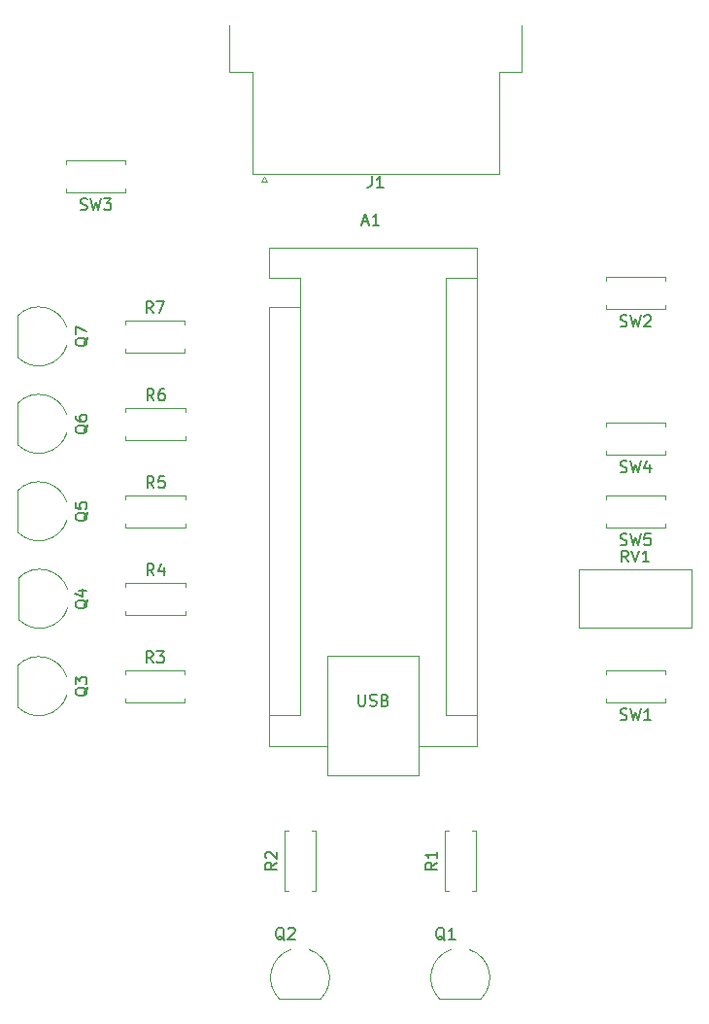
<source format=gbr>
%TF.GenerationSoftware,KiCad,Pcbnew,7.0.10-7.0.10~ubuntu22.04.1*%
%TF.CreationDate,2024-02-16T12:07:06-05:00*%
%TF.ProjectId,kicad,6b696361-642e-46b6-9963-61645f706362,rev?*%
%TF.SameCoordinates,Original*%
%TF.FileFunction,Legend,Top*%
%TF.FilePolarity,Positive*%
%FSLAX46Y46*%
G04 Gerber Fmt 4.6, Leading zero omitted, Abs format (unit mm)*
G04 Created by KiCad (PCBNEW 7.0.10-7.0.10~ubuntu22.04.1) date 2024-02-16 12:07:06*
%MOMM*%
%LPD*%
G01*
G04 APERTURE LIST*
%ADD10C,0.150000*%
%ADD11C,0.120000*%
G04 APERTURE END LIST*
D10*
X156186667Y-94347200D02*
X156329524Y-94394819D01*
X156329524Y-94394819D02*
X156567619Y-94394819D01*
X156567619Y-94394819D02*
X156662857Y-94347200D01*
X156662857Y-94347200D02*
X156710476Y-94299580D01*
X156710476Y-94299580D02*
X156758095Y-94204342D01*
X156758095Y-94204342D02*
X156758095Y-94109104D01*
X156758095Y-94109104D02*
X156710476Y-94013866D01*
X156710476Y-94013866D02*
X156662857Y-93966247D01*
X156662857Y-93966247D02*
X156567619Y-93918628D01*
X156567619Y-93918628D02*
X156377143Y-93871009D01*
X156377143Y-93871009D02*
X156281905Y-93823390D01*
X156281905Y-93823390D02*
X156234286Y-93775771D01*
X156234286Y-93775771D02*
X156186667Y-93680533D01*
X156186667Y-93680533D02*
X156186667Y-93585295D01*
X156186667Y-93585295D02*
X156234286Y-93490057D01*
X156234286Y-93490057D02*
X156281905Y-93442438D01*
X156281905Y-93442438D02*
X156377143Y-93394819D01*
X156377143Y-93394819D02*
X156615238Y-93394819D01*
X156615238Y-93394819D02*
X156758095Y-93442438D01*
X157091429Y-93394819D02*
X157329524Y-94394819D01*
X157329524Y-94394819D02*
X157520000Y-93680533D01*
X157520000Y-93680533D02*
X157710476Y-94394819D01*
X157710476Y-94394819D02*
X157948572Y-93394819D01*
X158281905Y-93490057D02*
X158329524Y-93442438D01*
X158329524Y-93442438D02*
X158424762Y-93394819D01*
X158424762Y-93394819D02*
X158662857Y-93394819D01*
X158662857Y-93394819D02*
X158758095Y-93442438D01*
X158758095Y-93442438D02*
X158805714Y-93490057D01*
X158805714Y-93490057D02*
X158853333Y-93585295D01*
X158853333Y-93585295D02*
X158853333Y-93680533D01*
X158853333Y-93680533D02*
X158805714Y-93823390D01*
X158805714Y-93823390D02*
X158234286Y-94394819D01*
X158234286Y-94394819D02*
X158853333Y-94394819D01*
X156884761Y-114904819D02*
X156551428Y-114428628D01*
X156313333Y-114904819D02*
X156313333Y-113904819D01*
X156313333Y-113904819D02*
X156694285Y-113904819D01*
X156694285Y-113904819D02*
X156789523Y-113952438D01*
X156789523Y-113952438D02*
X156837142Y-114000057D01*
X156837142Y-114000057D02*
X156884761Y-114095295D01*
X156884761Y-114095295D02*
X156884761Y-114238152D01*
X156884761Y-114238152D02*
X156837142Y-114333390D01*
X156837142Y-114333390D02*
X156789523Y-114381009D01*
X156789523Y-114381009D02*
X156694285Y-114428628D01*
X156694285Y-114428628D02*
X156313333Y-114428628D01*
X157170476Y-113904819D02*
X157503809Y-114904819D01*
X157503809Y-114904819D02*
X157837142Y-113904819D01*
X158694285Y-114904819D02*
X158122857Y-114904819D01*
X158408571Y-114904819D02*
X158408571Y-113904819D01*
X158408571Y-113904819D02*
X158313333Y-114047676D01*
X158313333Y-114047676D02*
X158218095Y-114142914D01*
X158218095Y-114142914D02*
X158122857Y-114190533D01*
X109770057Y-118205238D02*
X109722438Y-118300476D01*
X109722438Y-118300476D02*
X109627200Y-118395714D01*
X109627200Y-118395714D02*
X109484342Y-118538571D01*
X109484342Y-118538571D02*
X109436723Y-118633809D01*
X109436723Y-118633809D02*
X109436723Y-118729047D01*
X109674819Y-118681428D02*
X109627200Y-118776666D01*
X109627200Y-118776666D02*
X109531961Y-118871904D01*
X109531961Y-118871904D02*
X109341485Y-118919523D01*
X109341485Y-118919523D02*
X109008152Y-118919523D01*
X109008152Y-118919523D02*
X108817676Y-118871904D01*
X108817676Y-118871904D02*
X108722438Y-118776666D01*
X108722438Y-118776666D02*
X108674819Y-118681428D01*
X108674819Y-118681428D02*
X108674819Y-118490952D01*
X108674819Y-118490952D02*
X108722438Y-118395714D01*
X108722438Y-118395714D02*
X108817676Y-118300476D01*
X108817676Y-118300476D02*
X109008152Y-118252857D01*
X109008152Y-118252857D02*
X109341485Y-118252857D01*
X109341485Y-118252857D02*
X109531961Y-118300476D01*
X109531961Y-118300476D02*
X109627200Y-118395714D01*
X109627200Y-118395714D02*
X109674819Y-118490952D01*
X109674819Y-118490952D02*
X109674819Y-118681428D01*
X109008152Y-117395714D02*
X109674819Y-117395714D01*
X108627200Y-117633809D02*
X109341485Y-117871904D01*
X109341485Y-117871904D02*
X109341485Y-117252857D01*
X109770057Y-125825238D02*
X109722438Y-125920476D01*
X109722438Y-125920476D02*
X109627200Y-126015714D01*
X109627200Y-126015714D02*
X109484342Y-126158571D01*
X109484342Y-126158571D02*
X109436723Y-126253809D01*
X109436723Y-126253809D02*
X109436723Y-126349047D01*
X109674819Y-126301428D02*
X109627200Y-126396666D01*
X109627200Y-126396666D02*
X109531961Y-126491904D01*
X109531961Y-126491904D02*
X109341485Y-126539523D01*
X109341485Y-126539523D02*
X109008152Y-126539523D01*
X109008152Y-126539523D02*
X108817676Y-126491904D01*
X108817676Y-126491904D02*
X108722438Y-126396666D01*
X108722438Y-126396666D02*
X108674819Y-126301428D01*
X108674819Y-126301428D02*
X108674819Y-126110952D01*
X108674819Y-126110952D02*
X108722438Y-126015714D01*
X108722438Y-126015714D02*
X108817676Y-125920476D01*
X108817676Y-125920476D02*
X109008152Y-125872857D01*
X109008152Y-125872857D02*
X109341485Y-125872857D01*
X109341485Y-125872857D02*
X109531961Y-125920476D01*
X109531961Y-125920476D02*
X109627200Y-126015714D01*
X109627200Y-126015714D02*
X109674819Y-126110952D01*
X109674819Y-126110952D02*
X109674819Y-126301428D01*
X108674819Y-125539523D02*
X108674819Y-124920476D01*
X108674819Y-124920476D02*
X109055771Y-125253809D01*
X109055771Y-125253809D02*
X109055771Y-125110952D01*
X109055771Y-125110952D02*
X109103390Y-125015714D01*
X109103390Y-125015714D02*
X109151009Y-124968095D01*
X109151009Y-124968095D02*
X109246247Y-124920476D01*
X109246247Y-124920476D02*
X109484342Y-124920476D01*
X109484342Y-124920476D02*
X109579580Y-124968095D01*
X109579580Y-124968095D02*
X109627200Y-125015714D01*
X109627200Y-125015714D02*
X109674819Y-125110952D01*
X109674819Y-125110952D02*
X109674819Y-125396666D01*
X109674819Y-125396666D02*
X109627200Y-125491904D01*
X109627200Y-125491904D02*
X109579580Y-125539523D01*
X115443333Y-93204819D02*
X115110000Y-92728628D01*
X114871905Y-93204819D02*
X114871905Y-92204819D01*
X114871905Y-92204819D02*
X115252857Y-92204819D01*
X115252857Y-92204819D02*
X115348095Y-92252438D01*
X115348095Y-92252438D02*
X115395714Y-92300057D01*
X115395714Y-92300057D02*
X115443333Y-92395295D01*
X115443333Y-92395295D02*
X115443333Y-92538152D01*
X115443333Y-92538152D02*
X115395714Y-92633390D01*
X115395714Y-92633390D02*
X115348095Y-92681009D01*
X115348095Y-92681009D02*
X115252857Y-92728628D01*
X115252857Y-92728628D02*
X114871905Y-92728628D01*
X115776667Y-92204819D02*
X116443333Y-92204819D01*
X116443333Y-92204819D02*
X116014762Y-93204819D01*
X109770057Y-102965238D02*
X109722438Y-103060476D01*
X109722438Y-103060476D02*
X109627200Y-103155714D01*
X109627200Y-103155714D02*
X109484342Y-103298571D01*
X109484342Y-103298571D02*
X109436723Y-103393809D01*
X109436723Y-103393809D02*
X109436723Y-103489047D01*
X109674819Y-103441428D02*
X109627200Y-103536666D01*
X109627200Y-103536666D02*
X109531961Y-103631904D01*
X109531961Y-103631904D02*
X109341485Y-103679523D01*
X109341485Y-103679523D02*
X109008152Y-103679523D01*
X109008152Y-103679523D02*
X108817676Y-103631904D01*
X108817676Y-103631904D02*
X108722438Y-103536666D01*
X108722438Y-103536666D02*
X108674819Y-103441428D01*
X108674819Y-103441428D02*
X108674819Y-103250952D01*
X108674819Y-103250952D02*
X108722438Y-103155714D01*
X108722438Y-103155714D02*
X108817676Y-103060476D01*
X108817676Y-103060476D02*
X109008152Y-103012857D01*
X109008152Y-103012857D02*
X109341485Y-103012857D01*
X109341485Y-103012857D02*
X109531961Y-103060476D01*
X109531961Y-103060476D02*
X109627200Y-103155714D01*
X109627200Y-103155714D02*
X109674819Y-103250952D01*
X109674819Y-103250952D02*
X109674819Y-103441428D01*
X108674819Y-102155714D02*
X108674819Y-102346190D01*
X108674819Y-102346190D02*
X108722438Y-102441428D01*
X108722438Y-102441428D02*
X108770057Y-102489047D01*
X108770057Y-102489047D02*
X108912914Y-102584285D01*
X108912914Y-102584285D02*
X109103390Y-102631904D01*
X109103390Y-102631904D02*
X109484342Y-102631904D01*
X109484342Y-102631904D02*
X109579580Y-102584285D01*
X109579580Y-102584285D02*
X109627200Y-102536666D01*
X109627200Y-102536666D02*
X109674819Y-102441428D01*
X109674819Y-102441428D02*
X109674819Y-102250952D01*
X109674819Y-102250952D02*
X109627200Y-102155714D01*
X109627200Y-102155714D02*
X109579580Y-102108095D01*
X109579580Y-102108095D02*
X109484342Y-102060476D01*
X109484342Y-102060476D02*
X109246247Y-102060476D01*
X109246247Y-102060476D02*
X109151009Y-102108095D01*
X109151009Y-102108095D02*
X109103390Y-102155714D01*
X109103390Y-102155714D02*
X109055771Y-102250952D01*
X109055771Y-102250952D02*
X109055771Y-102441428D01*
X109055771Y-102441428D02*
X109103390Y-102536666D01*
X109103390Y-102536666D02*
X109151009Y-102584285D01*
X109151009Y-102584285D02*
X109246247Y-102631904D01*
X115523333Y-108444819D02*
X115190000Y-107968628D01*
X114951905Y-108444819D02*
X114951905Y-107444819D01*
X114951905Y-107444819D02*
X115332857Y-107444819D01*
X115332857Y-107444819D02*
X115428095Y-107492438D01*
X115428095Y-107492438D02*
X115475714Y-107540057D01*
X115475714Y-107540057D02*
X115523333Y-107635295D01*
X115523333Y-107635295D02*
X115523333Y-107778152D01*
X115523333Y-107778152D02*
X115475714Y-107873390D01*
X115475714Y-107873390D02*
X115428095Y-107921009D01*
X115428095Y-107921009D02*
X115332857Y-107968628D01*
X115332857Y-107968628D02*
X114951905Y-107968628D01*
X116428095Y-107444819D02*
X115951905Y-107444819D01*
X115951905Y-107444819D02*
X115904286Y-107921009D01*
X115904286Y-107921009D02*
X115951905Y-107873390D01*
X115951905Y-107873390D02*
X116047143Y-107825771D01*
X116047143Y-107825771D02*
X116285238Y-107825771D01*
X116285238Y-107825771D02*
X116380476Y-107873390D01*
X116380476Y-107873390D02*
X116428095Y-107921009D01*
X116428095Y-107921009D02*
X116475714Y-108016247D01*
X116475714Y-108016247D02*
X116475714Y-108254342D01*
X116475714Y-108254342D02*
X116428095Y-108349580D01*
X116428095Y-108349580D02*
X116380476Y-108397200D01*
X116380476Y-108397200D02*
X116285238Y-108444819D01*
X116285238Y-108444819D02*
X116047143Y-108444819D01*
X116047143Y-108444819D02*
X115951905Y-108397200D01*
X115951905Y-108397200D02*
X115904286Y-108349580D01*
X156186667Y-128637200D02*
X156329524Y-128684819D01*
X156329524Y-128684819D02*
X156567619Y-128684819D01*
X156567619Y-128684819D02*
X156662857Y-128637200D01*
X156662857Y-128637200D02*
X156710476Y-128589580D01*
X156710476Y-128589580D02*
X156758095Y-128494342D01*
X156758095Y-128494342D02*
X156758095Y-128399104D01*
X156758095Y-128399104D02*
X156710476Y-128303866D01*
X156710476Y-128303866D02*
X156662857Y-128256247D01*
X156662857Y-128256247D02*
X156567619Y-128208628D01*
X156567619Y-128208628D02*
X156377143Y-128161009D01*
X156377143Y-128161009D02*
X156281905Y-128113390D01*
X156281905Y-128113390D02*
X156234286Y-128065771D01*
X156234286Y-128065771D02*
X156186667Y-127970533D01*
X156186667Y-127970533D02*
X156186667Y-127875295D01*
X156186667Y-127875295D02*
X156234286Y-127780057D01*
X156234286Y-127780057D02*
X156281905Y-127732438D01*
X156281905Y-127732438D02*
X156377143Y-127684819D01*
X156377143Y-127684819D02*
X156615238Y-127684819D01*
X156615238Y-127684819D02*
X156758095Y-127732438D01*
X157091429Y-127684819D02*
X157329524Y-128684819D01*
X157329524Y-128684819D02*
X157520000Y-127970533D01*
X157520000Y-127970533D02*
X157710476Y-128684819D01*
X157710476Y-128684819D02*
X157948572Y-127684819D01*
X158853333Y-128684819D02*
X158281905Y-128684819D01*
X158567619Y-128684819D02*
X158567619Y-127684819D01*
X158567619Y-127684819D02*
X158472381Y-127827676D01*
X158472381Y-127827676D02*
X158377143Y-127922914D01*
X158377143Y-127922914D02*
X158281905Y-127970533D01*
X109770057Y-95345238D02*
X109722438Y-95440476D01*
X109722438Y-95440476D02*
X109627200Y-95535714D01*
X109627200Y-95535714D02*
X109484342Y-95678571D01*
X109484342Y-95678571D02*
X109436723Y-95773809D01*
X109436723Y-95773809D02*
X109436723Y-95869047D01*
X109674819Y-95821428D02*
X109627200Y-95916666D01*
X109627200Y-95916666D02*
X109531961Y-96011904D01*
X109531961Y-96011904D02*
X109341485Y-96059523D01*
X109341485Y-96059523D02*
X109008152Y-96059523D01*
X109008152Y-96059523D02*
X108817676Y-96011904D01*
X108817676Y-96011904D02*
X108722438Y-95916666D01*
X108722438Y-95916666D02*
X108674819Y-95821428D01*
X108674819Y-95821428D02*
X108674819Y-95630952D01*
X108674819Y-95630952D02*
X108722438Y-95535714D01*
X108722438Y-95535714D02*
X108817676Y-95440476D01*
X108817676Y-95440476D02*
X109008152Y-95392857D01*
X109008152Y-95392857D02*
X109341485Y-95392857D01*
X109341485Y-95392857D02*
X109531961Y-95440476D01*
X109531961Y-95440476D02*
X109627200Y-95535714D01*
X109627200Y-95535714D02*
X109674819Y-95630952D01*
X109674819Y-95630952D02*
X109674819Y-95821428D01*
X108674819Y-95059523D02*
X108674819Y-94392857D01*
X108674819Y-94392857D02*
X109674819Y-94821428D01*
X156186667Y-107047200D02*
X156329524Y-107094819D01*
X156329524Y-107094819D02*
X156567619Y-107094819D01*
X156567619Y-107094819D02*
X156662857Y-107047200D01*
X156662857Y-107047200D02*
X156710476Y-106999580D01*
X156710476Y-106999580D02*
X156758095Y-106904342D01*
X156758095Y-106904342D02*
X156758095Y-106809104D01*
X156758095Y-106809104D02*
X156710476Y-106713866D01*
X156710476Y-106713866D02*
X156662857Y-106666247D01*
X156662857Y-106666247D02*
X156567619Y-106618628D01*
X156567619Y-106618628D02*
X156377143Y-106571009D01*
X156377143Y-106571009D02*
X156281905Y-106523390D01*
X156281905Y-106523390D02*
X156234286Y-106475771D01*
X156234286Y-106475771D02*
X156186667Y-106380533D01*
X156186667Y-106380533D02*
X156186667Y-106285295D01*
X156186667Y-106285295D02*
X156234286Y-106190057D01*
X156234286Y-106190057D02*
X156281905Y-106142438D01*
X156281905Y-106142438D02*
X156377143Y-106094819D01*
X156377143Y-106094819D02*
X156615238Y-106094819D01*
X156615238Y-106094819D02*
X156758095Y-106142438D01*
X157091429Y-106094819D02*
X157329524Y-107094819D01*
X157329524Y-107094819D02*
X157520000Y-106380533D01*
X157520000Y-106380533D02*
X157710476Y-107094819D01*
X157710476Y-107094819D02*
X157948572Y-106094819D01*
X158758095Y-106428152D02*
X158758095Y-107094819D01*
X158520000Y-106047200D02*
X158281905Y-106761485D01*
X158281905Y-106761485D02*
X158900952Y-106761485D01*
X156186667Y-113397200D02*
X156329524Y-113444819D01*
X156329524Y-113444819D02*
X156567619Y-113444819D01*
X156567619Y-113444819D02*
X156662857Y-113397200D01*
X156662857Y-113397200D02*
X156710476Y-113349580D01*
X156710476Y-113349580D02*
X156758095Y-113254342D01*
X156758095Y-113254342D02*
X156758095Y-113159104D01*
X156758095Y-113159104D02*
X156710476Y-113063866D01*
X156710476Y-113063866D02*
X156662857Y-113016247D01*
X156662857Y-113016247D02*
X156567619Y-112968628D01*
X156567619Y-112968628D02*
X156377143Y-112921009D01*
X156377143Y-112921009D02*
X156281905Y-112873390D01*
X156281905Y-112873390D02*
X156234286Y-112825771D01*
X156234286Y-112825771D02*
X156186667Y-112730533D01*
X156186667Y-112730533D02*
X156186667Y-112635295D01*
X156186667Y-112635295D02*
X156234286Y-112540057D01*
X156234286Y-112540057D02*
X156281905Y-112492438D01*
X156281905Y-112492438D02*
X156377143Y-112444819D01*
X156377143Y-112444819D02*
X156615238Y-112444819D01*
X156615238Y-112444819D02*
X156758095Y-112492438D01*
X157091429Y-112444819D02*
X157329524Y-113444819D01*
X157329524Y-113444819D02*
X157520000Y-112730533D01*
X157520000Y-112730533D02*
X157710476Y-113444819D01*
X157710476Y-113444819D02*
X157948572Y-112444819D01*
X158805714Y-112444819D02*
X158329524Y-112444819D01*
X158329524Y-112444819D02*
X158281905Y-112921009D01*
X158281905Y-112921009D02*
X158329524Y-112873390D01*
X158329524Y-112873390D02*
X158424762Y-112825771D01*
X158424762Y-112825771D02*
X158662857Y-112825771D01*
X158662857Y-112825771D02*
X158758095Y-112873390D01*
X158758095Y-112873390D02*
X158805714Y-112921009D01*
X158805714Y-112921009D02*
X158853333Y-113016247D01*
X158853333Y-113016247D02*
X158853333Y-113254342D01*
X158853333Y-113254342D02*
X158805714Y-113349580D01*
X158805714Y-113349580D02*
X158758095Y-113397200D01*
X158758095Y-113397200D02*
X158662857Y-113444819D01*
X158662857Y-113444819D02*
X158424762Y-113444819D01*
X158424762Y-113444819D02*
X158329524Y-113397200D01*
X158329524Y-113397200D02*
X158281905Y-113349580D01*
X134516666Y-81264819D02*
X134516666Y-81979104D01*
X134516666Y-81979104D02*
X134469047Y-82121961D01*
X134469047Y-82121961D02*
X134373809Y-82217200D01*
X134373809Y-82217200D02*
X134230952Y-82264819D01*
X134230952Y-82264819D02*
X134135714Y-82264819D01*
X135516666Y-82264819D02*
X134945238Y-82264819D01*
X135230952Y-82264819D02*
X135230952Y-81264819D01*
X135230952Y-81264819D02*
X135135714Y-81407676D01*
X135135714Y-81407676D02*
X135040476Y-81502914D01*
X135040476Y-81502914D02*
X134945238Y-81550533D01*
X115443333Y-123684819D02*
X115110000Y-123208628D01*
X114871905Y-123684819D02*
X114871905Y-122684819D01*
X114871905Y-122684819D02*
X115252857Y-122684819D01*
X115252857Y-122684819D02*
X115348095Y-122732438D01*
X115348095Y-122732438D02*
X115395714Y-122780057D01*
X115395714Y-122780057D02*
X115443333Y-122875295D01*
X115443333Y-122875295D02*
X115443333Y-123018152D01*
X115443333Y-123018152D02*
X115395714Y-123113390D01*
X115395714Y-123113390D02*
X115348095Y-123161009D01*
X115348095Y-123161009D02*
X115252857Y-123208628D01*
X115252857Y-123208628D02*
X114871905Y-123208628D01*
X115776667Y-122684819D02*
X116395714Y-122684819D01*
X116395714Y-122684819D02*
X116062381Y-123065771D01*
X116062381Y-123065771D02*
X116205238Y-123065771D01*
X116205238Y-123065771D02*
X116300476Y-123113390D01*
X116300476Y-123113390D02*
X116348095Y-123161009D01*
X116348095Y-123161009D02*
X116395714Y-123256247D01*
X116395714Y-123256247D02*
X116395714Y-123494342D01*
X116395714Y-123494342D02*
X116348095Y-123589580D01*
X116348095Y-123589580D02*
X116300476Y-123637200D01*
X116300476Y-123637200D02*
X116205238Y-123684819D01*
X116205238Y-123684819D02*
X115919524Y-123684819D01*
X115919524Y-123684819D02*
X115824286Y-123637200D01*
X115824286Y-123637200D02*
X115776667Y-123589580D01*
X126224819Y-141096666D02*
X125748628Y-141429999D01*
X126224819Y-141668094D02*
X125224819Y-141668094D01*
X125224819Y-141668094D02*
X125224819Y-141287142D01*
X125224819Y-141287142D02*
X125272438Y-141191904D01*
X125272438Y-141191904D02*
X125320057Y-141144285D01*
X125320057Y-141144285D02*
X125415295Y-141096666D01*
X125415295Y-141096666D02*
X125558152Y-141096666D01*
X125558152Y-141096666D02*
X125653390Y-141144285D01*
X125653390Y-141144285D02*
X125701009Y-141191904D01*
X125701009Y-141191904D02*
X125748628Y-141287142D01*
X125748628Y-141287142D02*
X125748628Y-141668094D01*
X125320057Y-140715713D02*
X125272438Y-140668094D01*
X125272438Y-140668094D02*
X125224819Y-140572856D01*
X125224819Y-140572856D02*
X125224819Y-140334761D01*
X125224819Y-140334761D02*
X125272438Y-140239523D01*
X125272438Y-140239523D02*
X125320057Y-140191904D01*
X125320057Y-140191904D02*
X125415295Y-140144285D01*
X125415295Y-140144285D02*
X125510533Y-140144285D01*
X125510533Y-140144285D02*
X125653390Y-140191904D01*
X125653390Y-140191904D02*
X126224819Y-140763332D01*
X126224819Y-140763332D02*
X126224819Y-140144285D01*
X115523333Y-116064819D02*
X115190000Y-115588628D01*
X114951905Y-116064819D02*
X114951905Y-115064819D01*
X114951905Y-115064819D02*
X115332857Y-115064819D01*
X115332857Y-115064819D02*
X115428095Y-115112438D01*
X115428095Y-115112438D02*
X115475714Y-115160057D01*
X115475714Y-115160057D02*
X115523333Y-115255295D01*
X115523333Y-115255295D02*
X115523333Y-115398152D01*
X115523333Y-115398152D02*
X115475714Y-115493390D01*
X115475714Y-115493390D02*
X115428095Y-115541009D01*
X115428095Y-115541009D02*
X115332857Y-115588628D01*
X115332857Y-115588628D02*
X114951905Y-115588628D01*
X116380476Y-115398152D02*
X116380476Y-116064819D01*
X116142381Y-115017200D02*
X115904286Y-115731485D01*
X115904286Y-115731485D02*
X116523333Y-115731485D01*
X109770057Y-110585238D02*
X109722438Y-110680476D01*
X109722438Y-110680476D02*
X109627200Y-110775714D01*
X109627200Y-110775714D02*
X109484342Y-110918571D01*
X109484342Y-110918571D02*
X109436723Y-111013809D01*
X109436723Y-111013809D02*
X109436723Y-111109047D01*
X109674819Y-111061428D02*
X109627200Y-111156666D01*
X109627200Y-111156666D02*
X109531961Y-111251904D01*
X109531961Y-111251904D02*
X109341485Y-111299523D01*
X109341485Y-111299523D02*
X109008152Y-111299523D01*
X109008152Y-111299523D02*
X108817676Y-111251904D01*
X108817676Y-111251904D02*
X108722438Y-111156666D01*
X108722438Y-111156666D02*
X108674819Y-111061428D01*
X108674819Y-111061428D02*
X108674819Y-110870952D01*
X108674819Y-110870952D02*
X108722438Y-110775714D01*
X108722438Y-110775714D02*
X108817676Y-110680476D01*
X108817676Y-110680476D02*
X109008152Y-110632857D01*
X109008152Y-110632857D02*
X109341485Y-110632857D01*
X109341485Y-110632857D02*
X109531961Y-110680476D01*
X109531961Y-110680476D02*
X109627200Y-110775714D01*
X109627200Y-110775714D02*
X109674819Y-110870952D01*
X109674819Y-110870952D02*
X109674819Y-111061428D01*
X108674819Y-109728095D02*
X108674819Y-110204285D01*
X108674819Y-110204285D02*
X109151009Y-110251904D01*
X109151009Y-110251904D02*
X109103390Y-110204285D01*
X109103390Y-110204285D02*
X109055771Y-110109047D01*
X109055771Y-110109047D02*
X109055771Y-109870952D01*
X109055771Y-109870952D02*
X109103390Y-109775714D01*
X109103390Y-109775714D02*
X109151009Y-109728095D01*
X109151009Y-109728095D02*
X109246247Y-109680476D01*
X109246247Y-109680476D02*
X109484342Y-109680476D01*
X109484342Y-109680476D02*
X109579580Y-109728095D01*
X109579580Y-109728095D02*
X109627200Y-109775714D01*
X109627200Y-109775714D02*
X109674819Y-109870952D01*
X109674819Y-109870952D02*
X109674819Y-110109047D01*
X109674819Y-110109047D02*
X109627200Y-110204285D01*
X109627200Y-110204285D02*
X109579580Y-110251904D01*
X109116667Y-84187200D02*
X109259524Y-84234819D01*
X109259524Y-84234819D02*
X109497619Y-84234819D01*
X109497619Y-84234819D02*
X109592857Y-84187200D01*
X109592857Y-84187200D02*
X109640476Y-84139580D01*
X109640476Y-84139580D02*
X109688095Y-84044342D01*
X109688095Y-84044342D02*
X109688095Y-83949104D01*
X109688095Y-83949104D02*
X109640476Y-83853866D01*
X109640476Y-83853866D02*
X109592857Y-83806247D01*
X109592857Y-83806247D02*
X109497619Y-83758628D01*
X109497619Y-83758628D02*
X109307143Y-83711009D01*
X109307143Y-83711009D02*
X109211905Y-83663390D01*
X109211905Y-83663390D02*
X109164286Y-83615771D01*
X109164286Y-83615771D02*
X109116667Y-83520533D01*
X109116667Y-83520533D02*
X109116667Y-83425295D01*
X109116667Y-83425295D02*
X109164286Y-83330057D01*
X109164286Y-83330057D02*
X109211905Y-83282438D01*
X109211905Y-83282438D02*
X109307143Y-83234819D01*
X109307143Y-83234819D02*
X109545238Y-83234819D01*
X109545238Y-83234819D02*
X109688095Y-83282438D01*
X110021429Y-83234819D02*
X110259524Y-84234819D01*
X110259524Y-84234819D02*
X110450000Y-83520533D01*
X110450000Y-83520533D02*
X110640476Y-84234819D01*
X110640476Y-84234819D02*
X110878572Y-83234819D01*
X111164286Y-83234819D02*
X111783333Y-83234819D01*
X111783333Y-83234819D02*
X111450000Y-83615771D01*
X111450000Y-83615771D02*
X111592857Y-83615771D01*
X111592857Y-83615771D02*
X111688095Y-83663390D01*
X111688095Y-83663390D02*
X111735714Y-83711009D01*
X111735714Y-83711009D02*
X111783333Y-83806247D01*
X111783333Y-83806247D02*
X111783333Y-84044342D01*
X111783333Y-84044342D02*
X111735714Y-84139580D01*
X111735714Y-84139580D02*
X111688095Y-84187200D01*
X111688095Y-84187200D02*
X111592857Y-84234819D01*
X111592857Y-84234819D02*
X111307143Y-84234819D01*
X111307143Y-84234819D02*
X111211905Y-84187200D01*
X111211905Y-84187200D02*
X111164286Y-84139580D01*
X140194819Y-141096666D02*
X139718628Y-141429999D01*
X140194819Y-141668094D02*
X139194819Y-141668094D01*
X139194819Y-141668094D02*
X139194819Y-141287142D01*
X139194819Y-141287142D02*
X139242438Y-141191904D01*
X139242438Y-141191904D02*
X139290057Y-141144285D01*
X139290057Y-141144285D02*
X139385295Y-141096666D01*
X139385295Y-141096666D02*
X139528152Y-141096666D01*
X139528152Y-141096666D02*
X139623390Y-141144285D01*
X139623390Y-141144285D02*
X139671009Y-141191904D01*
X139671009Y-141191904D02*
X139718628Y-141287142D01*
X139718628Y-141287142D02*
X139718628Y-141668094D01*
X140194819Y-140144285D02*
X140194819Y-140715713D01*
X140194819Y-140429999D02*
X139194819Y-140429999D01*
X139194819Y-140429999D02*
X139337676Y-140525237D01*
X139337676Y-140525237D02*
X139432914Y-140620475D01*
X139432914Y-140620475D02*
X139480533Y-140715713D01*
X140874761Y-147870057D02*
X140779523Y-147822438D01*
X140779523Y-147822438D02*
X140684285Y-147727200D01*
X140684285Y-147727200D02*
X140541428Y-147584342D01*
X140541428Y-147584342D02*
X140446190Y-147536723D01*
X140446190Y-147536723D02*
X140350952Y-147536723D01*
X140398571Y-147774819D02*
X140303333Y-147727200D01*
X140303333Y-147727200D02*
X140208095Y-147631961D01*
X140208095Y-147631961D02*
X140160476Y-147441485D01*
X140160476Y-147441485D02*
X140160476Y-147108152D01*
X140160476Y-147108152D02*
X140208095Y-146917676D01*
X140208095Y-146917676D02*
X140303333Y-146822438D01*
X140303333Y-146822438D02*
X140398571Y-146774819D01*
X140398571Y-146774819D02*
X140589047Y-146774819D01*
X140589047Y-146774819D02*
X140684285Y-146822438D01*
X140684285Y-146822438D02*
X140779523Y-146917676D01*
X140779523Y-146917676D02*
X140827142Y-147108152D01*
X140827142Y-147108152D02*
X140827142Y-147441485D01*
X140827142Y-147441485D02*
X140779523Y-147631961D01*
X140779523Y-147631961D02*
X140684285Y-147727200D01*
X140684285Y-147727200D02*
X140589047Y-147774819D01*
X140589047Y-147774819D02*
X140398571Y-147774819D01*
X141779523Y-147774819D02*
X141208095Y-147774819D01*
X141493809Y-147774819D02*
X141493809Y-146774819D01*
X141493809Y-146774819D02*
X141398571Y-146917676D01*
X141398571Y-146917676D02*
X141303333Y-147012914D01*
X141303333Y-147012914D02*
X141208095Y-147060533D01*
X133730714Y-85268773D02*
X134206904Y-85268773D01*
X133635476Y-85554488D02*
X133968809Y-84554488D01*
X133968809Y-84554488D02*
X134302142Y-85554488D01*
X135159285Y-85554488D02*
X134587857Y-85554488D01*
X134873571Y-85554488D02*
X134873571Y-84554488D01*
X134873571Y-84554488D02*
X134778333Y-84697345D01*
X134778333Y-84697345D02*
X134683095Y-84792583D01*
X134683095Y-84792583D02*
X134587857Y-84840202D01*
X133358095Y-126454819D02*
X133358095Y-127264342D01*
X133358095Y-127264342D02*
X133405714Y-127359580D01*
X133405714Y-127359580D02*
X133453333Y-127407200D01*
X133453333Y-127407200D02*
X133548571Y-127454819D01*
X133548571Y-127454819D02*
X133739047Y-127454819D01*
X133739047Y-127454819D02*
X133834285Y-127407200D01*
X133834285Y-127407200D02*
X133881904Y-127359580D01*
X133881904Y-127359580D02*
X133929523Y-127264342D01*
X133929523Y-127264342D02*
X133929523Y-126454819D01*
X134358095Y-127407200D02*
X134500952Y-127454819D01*
X134500952Y-127454819D02*
X134739047Y-127454819D01*
X134739047Y-127454819D02*
X134834285Y-127407200D01*
X134834285Y-127407200D02*
X134881904Y-127359580D01*
X134881904Y-127359580D02*
X134929523Y-127264342D01*
X134929523Y-127264342D02*
X134929523Y-127169104D01*
X134929523Y-127169104D02*
X134881904Y-127073866D01*
X134881904Y-127073866D02*
X134834285Y-127026247D01*
X134834285Y-127026247D02*
X134739047Y-126978628D01*
X134739047Y-126978628D02*
X134548571Y-126931009D01*
X134548571Y-126931009D02*
X134453333Y-126883390D01*
X134453333Y-126883390D02*
X134405714Y-126835771D01*
X134405714Y-126835771D02*
X134358095Y-126740533D01*
X134358095Y-126740533D02*
X134358095Y-126645295D01*
X134358095Y-126645295D02*
X134405714Y-126550057D01*
X134405714Y-126550057D02*
X134453333Y-126502438D01*
X134453333Y-126502438D02*
X134548571Y-126454819D01*
X134548571Y-126454819D02*
X134786666Y-126454819D01*
X134786666Y-126454819D02*
X134929523Y-126502438D01*
X135691428Y-126931009D02*
X135834285Y-126978628D01*
X135834285Y-126978628D02*
X135881904Y-127026247D01*
X135881904Y-127026247D02*
X135929523Y-127121485D01*
X135929523Y-127121485D02*
X135929523Y-127264342D01*
X135929523Y-127264342D02*
X135881904Y-127359580D01*
X135881904Y-127359580D02*
X135834285Y-127407200D01*
X135834285Y-127407200D02*
X135739047Y-127454819D01*
X135739047Y-127454819D02*
X135358095Y-127454819D01*
X135358095Y-127454819D02*
X135358095Y-126454819D01*
X135358095Y-126454819D02*
X135691428Y-126454819D01*
X135691428Y-126454819D02*
X135786666Y-126502438D01*
X135786666Y-126502438D02*
X135834285Y-126550057D01*
X135834285Y-126550057D02*
X135881904Y-126645295D01*
X135881904Y-126645295D02*
X135881904Y-126740533D01*
X135881904Y-126740533D02*
X135834285Y-126835771D01*
X135834285Y-126835771D02*
X135786666Y-126883390D01*
X135786666Y-126883390D02*
X135691428Y-126931009D01*
X135691428Y-126931009D02*
X135358095Y-126931009D01*
X115523333Y-100824819D02*
X115190000Y-100348628D01*
X114951905Y-100824819D02*
X114951905Y-99824819D01*
X114951905Y-99824819D02*
X115332857Y-99824819D01*
X115332857Y-99824819D02*
X115428095Y-99872438D01*
X115428095Y-99872438D02*
X115475714Y-99920057D01*
X115475714Y-99920057D02*
X115523333Y-100015295D01*
X115523333Y-100015295D02*
X115523333Y-100158152D01*
X115523333Y-100158152D02*
X115475714Y-100253390D01*
X115475714Y-100253390D02*
X115428095Y-100301009D01*
X115428095Y-100301009D02*
X115332857Y-100348628D01*
X115332857Y-100348628D02*
X114951905Y-100348628D01*
X116380476Y-99824819D02*
X116190000Y-99824819D01*
X116190000Y-99824819D02*
X116094762Y-99872438D01*
X116094762Y-99872438D02*
X116047143Y-99920057D01*
X116047143Y-99920057D02*
X115951905Y-100062914D01*
X115951905Y-100062914D02*
X115904286Y-100253390D01*
X115904286Y-100253390D02*
X115904286Y-100634342D01*
X115904286Y-100634342D02*
X115951905Y-100729580D01*
X115951905Y-100729580D02*
X115999524Y-100777200D01*
X115999524Y-100777200D02*
X116094762Y-100824819D01*
X116094762Y-100824819D02*
X116285238Y-100824819D01*
X116285238Y-100824819D02*
X116380476Y-100777200D01*
X116380476Y-100777200D02*
X116428095Y-100729580D01*
X116428095Y-100729580D02*
X116475714Y-100634342D01*
X116475714Y-100634342D02*
X116475714Y-100396247D01*
X116475714Y-100396247D02*
X116428095Y-100301009D01*
X116428095Y-100301009D02*
X116380476Y-100253390D01*
X116380476Y-100253390D02*
X116285238Y-100205771D01*
X116285238Y-100205771D02*
X116094762Y-100205771D01*
X116094762Y-100205771D02*
X115999524Y-100253390D01*
X115999524Y-100253390D02*
X115951905Y-100301009D01*
X115951905Y-100301009D02*
X115904286Y-100396247D01*
X126904761Y-147870057D02*
X126809523Y-147822438D01*
X126809523Y-147822438D02*
X126714285Y-147727200D01*
X126714285Y-147727200D02*
X126571428Y-147584342D01*
X126571428Y-147584342D02*
X126476190Y-147536723D01*
X126476190Y-147536723D02*
X126380952Y-147536723D01*
X126428571Y-147774819D02*
X126333333Y-147727200D01*
X126333333Y-147727200D02*
X126238095Y-147631961D01*
X126238095Y-147631961D02*
X126190476Y-147441485D01*
X126190476Y-147441485D02*
X126190476Y-147108152D01*
X126190476Y-147108152D02*
X126238095Y-146917676D01*
X126238095Y-146917676D02*
X126333333Y-146822438D01*
X126333333Y-146822438D02*
X126428571Y-146774819D01*
X126428571Y-146774819D02*
X126619047Y-146774819D01*
X126619047Y-146774819D02*
X126714285Y-146822438D01*
X126714285Y-146822438D02*
X126809523Y-146917676D01*
X126809523Y-146917676D02*
X126857142Y-147108152D01*
X126857142Y-147108152D02*
X126857142Y-147441485D01*
X126857142Y-147441485D02*
X126809523Y-147631961D01*
X126809523Y-147631961D02*
X126714285Y-147727200D01*
X126714285Y-147727200D02*
X126619047Y-147774819D01*
X126619047Y-147774819D02*
X126428571Y-147774819D01*
X127238095Y-146870057D02*
X127285714Y-146822438D01*
X127285714Y-146822438D02*
X127380952Y-146774819D01*
X127380952Y-146774819D02*
X127619047Y-146774819D01*
X127619047Y-146774819D02*
X127714285Y-146822438D01*
X127714285Y-146822438D02*
X127761904Y-146870057D01*
X127761904Y-146870057D02*
X127809523Y-146965295D01*
X127809523Y-146965295D02*
X127809523Y-147060533D01*
X127809523Y-147060533D02*
X127761904Y-147203390D01*
X127761904Y-147203390D02*
X127190476Y-147774819D01*
X127190476Y-147774819D02*
X127809523Y-147774819D01*
D11*
%TO.C,SW2*%
X160140000Y-92810000D02*
X160140000Y-92495000D01*
X160140000Y-92810000D02*
X154900000Y-92810000D01*
X160140000Y-90385000D02*
X160140000Y-90070000D01*
X160140000Y-90070000D02*
X154900000Y-90070000D01*
X154900000Y-92810000D02*
X154900000Y-92495000D01*
X154900000Y-90385000D02*
X154900000Y-90070000D01*
%TO.C,RV1*%
X152595000Y-115580000D02*
X152595000Y-120650000D01*
X152595000Y-115580000D02*
X162365000Y-115580000D01*
X152595000Y-120650000D02*
X162365000Y-120650000D01*
X162365000Y-115580000D02*
X162365000Y-120650000D01*
%TO.C,Q4*%
X103720000Y-116310000D02*
X103720000Y-119910000D01*
X108019999Y-117290000D02*
G75*
G03*
X103728260Y-116298126I-2449999J-820000D01*
G01*
X103742316Y-119918445D02*
G75*
G03*
X108020000Y-118890000I1827684J1808445D01*
G01*
%TO.C,Q3*%
X103640000Y-123930000D02*
X103640000Y-127530000D01*
X107939999Y-124910000D02*
G75*
G03*
X103648260Y-123918126I-2449999J-820000D01*
G01*
X103662316Y-127538445D02*
G75*
G03*
X107940000Y-126510000I1827684J1808445D01*
G01*
%TO.C,R7*%
X112990000Y-93880000D02*
X112990000Y-94195000D01*
X112990000Y-93880000D02*
X118230000Y-93880000D01*
X112990000Y-96305000D02*
X112990000Y-96620000D01*
X112990000Y-96620000D02*
X118230000Y-96620000D01*
X118230000Y-93880000D02*
X118230000Y-94195000D01*
X118230000Y-96305000D02*
X118230000Y-96620000D01*
%TO.C,Q6*%
X103640000Y-101070000D02*
X103640000Y-104670000D01*
X107939999Y-102050000D02*
G75*
G03*
X103648260Y-101058126I-2449999J-820000D01*
G01*
X103662316Y-104678445D02*
G75*
G03*
X107940000Y-103650000I1827684J1808445D01*
G01*
%TO.C,R5*%
X113070000Y-109120000D02*
X113070000Y-109435000D01*
X113070000Y-109120000D02*
X118310000Y-109120000D01*
X113070000Y-111545000D02*
X113070000Y-111860000D01*
X113070000Y-111860000D02*
X118310000Y-111860000D01*
X118310000Y-109120000D02*
X118310000Y-109435000D01*
X118310000Y-111545000D02*
X118310000Y-111860000D01*
%TO.C,SW1*%
X160140000Y-127100000D02*
X160140000Y-126785000D01*
X160140000Y-127100000D02*
X154900000Y-127100000D01*
X160140000Y-124675000D02*
X160140000Y-124360000D01*
X160140000Y-124360000D02*
X154900000Y-124360000D01*
X154900000Y-127100000D02*
X154900000Y-126785000D01*
X154900000Y-124675000D02*
X154900000Y-124360000D01*
%TO.C,Q7*%
X103640000Y-93450000D02*
X103640000Y-97050000D01*
X107939999Y-94430000D02*
G75*
G03*
X103648260Y-93438126I-2449999J-820000D01*
G01*
X103662316Y-97058445D02*
G75*
G03*
X107940000Y-96030000I1827684J1808445D01*
G01*
%TO.C,SW4*%
X160140000Y-105510000D02*
X160140000Y-105195000D01*
X160140000Y-105510000D02*
X154900000Y-105510000D01*
X160140000Y-103085000D02*
X160140000Y-102770000D01*
X160140000Y-102770000D02*
X154900000Y-102770000D01*
X154900000Y-105510000D02*
X154900000Y-105195000D01*
X154900000Y-103085000D02*
X154900000Y-102770000D01*
%TO.C,SW5*%
X160140000Y-111860000D02*
X160140000Y-111545000D01*
X160140000Y-111860000D02*
X154900000Y-111860000D01*
X160140000Y-109435000D02*
X160140000Y-109120000D01*
X160140000Y-109120000D02*
X154900000Y-109120000D01*
X154900000Y-111860000D02*
X154900000Y-111545000D01*
X154900000Y-109435000D02*
X154900000Y-109120000D01*
%TO.C,J1*%
X147610000Y-72230000D02*
X145605000Y-72230000D01*
X147610000Y-68130000D02*
X147610000Y-72230000D01*
X145605000Y-81070000D02*
X124095000Y-81070000D01*
X145605000Y-72230000D02*
X145605000Y-81070000D01*
X125405000Y-81764338D02*
X124905000Y-81764338D01*
X125155000Y-81331325D02*
X125405000Y-81764338D01*
X124905000Y-81764338D02*
X125155000Y-81331325D01*
X124095000Y-81070000D02*
X124095000Y-72230000D01*
X124095000Y-72230000D02*
X122090000Y-72230000D01*
X122090000Y-72230000D02*
X122090000Y-68130000D01*
%TO.C,R3*%
X112990000Y-124360000D02*
X112990000Y-124675000D01*
X112990000Y-124360000D02*
X118230000Y-124360000D01*
X112990000Y-126785000D02*
X112990000Y-127100000D01*
X112990000Y-127100000D02*
X118230000Y-127100000D01*
X118230000Y-124360000D02*
X118230000Y-124675000D01*
X118230000Y-126785000D02*
X118230000Y-127100000D01*
%TO.C,R2*%
X126900000Y-143550000D02*
X127215000Y-143550000D01*
X126900000Y-143550000D02*
X126900000Y-138310000D01*
X129325000Y-143550000D02*
X129640000Y-143550000D01*
X129640000Y-143550000D02*
X129640000Y-138310000D01*
X126900000Y-138310000D02*
X127215000Y-138310000D01*
X129325000Y-138310000D02*
X129640000Y-138310000D01*
%TO.C,R4*%
X113070000Y-116740000D02*
X113070000Y-117055000D01*
X113070000Y-116740000D02*
X118310000Y-116740000D01*
X113070000Y-119165000D02*
X113070000Y-119480000D01*
X113070000Y-119480000D02*
X118310000Y-119480000D01*
X118310000Y-116740000D02*
X118310000Y-117055000D01*
X118310000Y-119165000D02*
X118310000Y-119480000D01*
%TO.C,Q5*%
X103640000Y-108690000D02*
X103640000Y-112290000D01*
X107939999Y-109670000D02*
G75*
G03*
X103648260Y-108678126I-2449999J-820000D01*
G01*
X103662316Y-112298445D02*
G75*
G03*
X107940000Y-111270000I1827684J1808445D01*
G01*
%TO.C,SW3*%
X113070000Y-82650000D02*
X113070000Y-82335000D01*
X113070000Y-82650000D02*
X107830000Y-82650000D01*
X113070000Y-80225000D02*
X113070000Y-79910000D01*
X113070000Y-79910000D02*
X107830000Y-79910000D01*
X107830000Y-82650000D02*
X107830000Y-82335000D01*
X107830000Y-80225000D02*
X107830000Y-79910000D01*
%TO.C,R1*%
X140870000Y-143550000D02*
X141185000Y-143550000D01*
X140870000Y-143550000D02*
X140870000Y-138310000D01*
X143295000Y-143550000D02*
X143610000Y-143550000D01*
X143610000Y-143550000D02*
X143610000Y-138310000D01*
X140870000Y-138310000D02*
X141185000Y-138310000D01*
X143295000Y-138310000D02*
X143610000Y-138310000D01*
%TO.C,Q1*%
X140440000Y-152980000D02*
X144040000Y-152980000D01*
X141420000Y-148680001D02*
G75*
G03*
X140428126Y-152971740I820000J-2449999D01*
G01*
X144048445Y-152957684D02*
G75*
G03*
X143020000Y-148680000I-1808445J1827684D01*
G01*
%TO.C,A1*%
X125600000Y-87500000D02*
X125600000Y-90170000D01*
X125600000Y-92710000D02*
X125600000Y-130940000D01*
X125600000Y-130940000D02*
X130680000Y-130940000D01*
X128270000Y-90170000D02*
X125600000Y-90170000D01*
X128270000Y-92710000D02*
X125600000Y-92710000D01*
X128270000Y-92710000D02*
X128270000Y-90170000D01*
X128270000Y-92710000D02*
X128270000Y-128270000D01*
X128270000Y-128270000D02*
X125600000Y-128270000D01*
X130680000Y-123060000D02*
X138560000Y-123060000D01*
X130680000Y-133480000D02*
X130680000Y-123060000D01*
X138560000Y-123060000D02*
X138560000Y-133480000D01*
X138560000Y-133480000D02*
X130680000Y-133480000D01*
X140970000Y-90170000D02*
X140970000Y-128270000D01*
X140970000Y-90170000D02*
X143640000Y-90170000D01*
X140970000Y-128270000D02*
X143640000Y-128270000D01*
X143640000Y-87500000D02*
X125600000Y-87500000D01*
X143640000Y-130940000D02*
X138560000Y-130940000D01*
X143640000Y-130940000D02*
X143640000Y-87500000D01*
%TO.C,R6*%
X113070000Y-101500000D02*
X113070000Y-101815000D01*
X113070000Y-101500000D02*
X118310000Y-101500000D01*
X113070000Y-103925000D02*
X113070000Y-104240000D01*
X113070000Y-104240000D02*
X118310000Y-104240000D01*
X118310000Y-101500000D02*
X118310000Y-101815000D01*
X118310000Y-103925000D02*
X118310000Y-104240000D01*
%TO.C,Q2*%
X126470000Y-152980000D02*
X130070000Y-152980000D01*
X127450000Y-148680001D02*
G75*
G03*
X126458126Y-152971740I820000J-2449999D01*
G01*
X130078445Y-152957684D02*
G75*
G03*
X129050000Y-148680000I-1808445J1827684D01*
G01*
%TD*%
M02*

</source>
